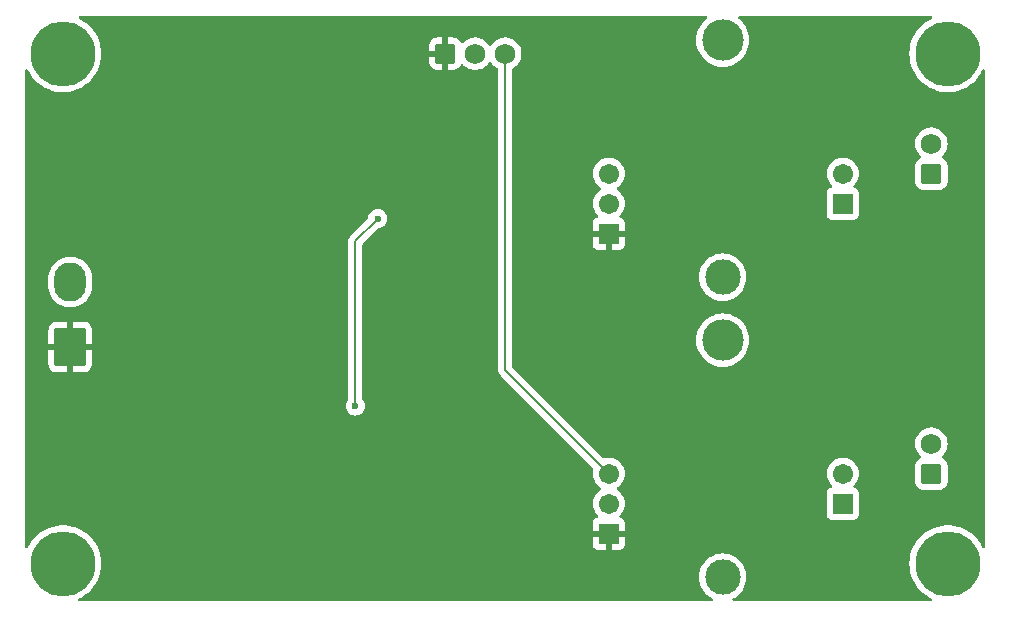
<source format=gbr>
%TF.GenerationSoftware,KiCad,Pcbnew,8.0.3*%
%TF.CreationDate,2024-11-26T12:10:15-08:00*%
%TF.ProjectId,IlluminationControlBoard,496c6c75-6d69-46e6-9174-696f6e436f6e,rev?*%
%TF.SameCoordinates,Original*%
%TF.FileFunction,Copper,L2,Bot*%
%TF.FilePolarity,Positive*%
%FSLAX46Y46*%
G04 Gerber Fmt 4.6, Leading zero omitted, Abs format (unit mm)*
G04 Created by KiCad (PCBNEW 8.0.3) date 2024-11-26 12:10:15*
%MOMM*%
%LPD*%
G01*
G04 APERTURE LIST*
G04 Aperture macros list*
%AMRoundRect*
0 Rectangle with rounded corners*
0 $1 Rounding radius*
0 $2 $3 $4 $5 $6 $7 $8 $9 X,Y pos of 4 corners*
0 Add a 4 corners polygon primitive as box body*
4,1,4,$2,$3,$4,$5,$6,$7,$8,$9,$2,$3,0*
0 Add four circle primitives for the rounded corners*
1,1,$1+$1,$2,$3*
1,1,$1+$1,$4,$5*
1,1,$1+$1,$6,$7*
1,1,$1+$1,$8,$9*
0 Add four rect primitives between the rounded corners*
20,1,$1+$1,$2,$3,$4,$5,0*
20,1,$1+$1,$4,$5,$6,$7,0*
20,1,$1+$1,$6,$7,$8,$9,0*
20,1,$1+$1,$8,$9,$2,$3,0*%
G04 Aperture macros list end*
%TA.AperFunction,ComponentPad*%
%ADD10C,5.500000*%
%TD*%
%TA.AperFunction,WasherPad*%
%ADD11C,3.500000*%
%TD*%
%TA.AperFunction,WasherPad*%
%ADD12C,3.000000*%
%TD*%
%TA.AperFunction,ComponentPad*%
%ADD13R,1.716000X1.716000*%
%TD*%
%TA.AperFunction,ComponentPad*%
%ADD14C,1.716000*%
%TD*%
%TA.AperFunction,ComponentPad*%
%ADD15RoundRect,0.250000X0.620000X-0.620000X0.620000X0.620000X-0.620000X0.620000X-0.620000X-0.620000X0*%
%TD*%
%TA.AperFunction,ComponentPad*%
%ADD16C,1.740000*%
%TD*%
%TA.AperFunction,ComponentPad*%
%ADD17RoundRect,0.250001X1.099999X1.399999X-1.099999X1.399999X-1.099999X-1.399999X1.099999X-1.399999X0*%
%TD*%
%TA.AperFunction,ComponentPad*%
%ADD18O,2.700000X3.300000*%
%TD*%
%TA.AperFunction,ComponentPad*%
%ADD19RoundRect,0.250000X-0.620000X-0.620000X0.620000X-0.620000X0.620000X0.620000X-0.620000X0.620000X0*%
%TD*%
%TA.AperFunction,ViaPad*%
%ADD20C,0.600000*%
%TD*%
%TA.AperFunction,Conductor*%
%ADD21C,0.200000*%
%TD*%
G04 APERTURE END LIST*
D10*
%TO.P,REF\u002A\u002A,1*%
%TO.N,N/C*%
X29210000Y-29210000D03*
%TD*%
%TO.P,REF\u002A\u002A,1*%
%TO.N,N/C*%
X104140000Y-72390000D03*
%TD*%
D11*
%TO.P,U2,*%
%TO.N,*%
X85090000Y-53467000D03*
D12*
X85090000Y-73533000D03*
D13*
%TO.P,U2,1,GND*%
%TO.N,GND*%
X75438000Y-69850000D03*
D14*
%TO.P,U2,2,VIN*%
%TO.N,15V*%
X75438000Y-67310000D03*
%TO.P,U2,3,PWM*%
%TO.N,L2_PWM*%
X75438000Y-64770000D03*
%TO.P,U2,4,LED+*%
%TO.N,L2_PLUS*%
X95250000Y-64770000D03*
D13*
%TO.P,U2,5,LED-*%
%TO.N,L2_MINUS*%
X95250000Y-67310000D03*
%TD*%
D15*
%TO.P,J2,1,Pin_1*%
%TO.N,L2_MINUS*%
X102755000Y-64770000D03*
D16*
%TO.P,J2,2,Pin_2*%
%TO.N,L2_PLUS*%
X102755000Y-62230000D03*
%TD*%
D10*
%TO.P,REF\u002A\u002A,1*%
%TO.N,N/C*%
X104140000Y-29210000D03*
%TD*%
D17*
%TO.P,J3,1,Pin_1*%
%TO.N,GND*%
X29845000Y-54050000D03*
D18*
%TO.P,J3,2,Pin_2*%
%TO.N,12V*%
X29845000Y-48550000D03*
%TD*%
D10*
%TO.P,REF\u002A\u002A,1*%
%TO.N,N/C*%
X29210000Y-72390000D03*
%TD*%
D15*
%TO.P,J1,1,Pin_1*%
%TO.N,L1_MINUS*%
X102755000Y-39370000D03*
D16*
%TO.P,J1,2,Pin_2*%
%TO.N,L1_PLUS*%
X102755000Y-36830000D03*
%TD*%
D19*
%TO.P,J4,1,Pin_1*%
%TO.N,GND*%
X61595000Y-29210000D03*
D16*
%TO.P,J4,2,Pin_2*%
%TO.N,L1_PWM*%
X64135000Y-29210000D03*
%TO.P,J4,3,Pin_3*%
%TO.N,L2_PWM*%
X66675000Y-29210000D03*
%TD*%
D11*
%TO.P,U1,*%
%TO.N,*%
X85090000Y-28067000D03*
D12*
X85090000Y-48133000D03*
D13*
%TO.P,U1,1,GND*%
%TO.N,GND*%
X75438000Y-44450000D03*
D14*
%TO.P,U1,2,VIN*%
%TO.N,15V*%
X75438000Y-41910000D03*
%TO.P,U1,3,PWM*%
%TO.N,L1_PWM*%
X75438000Y-39370000D03*
%TO.P,U1,4,LED+*%
%TO.N,L1_PLUS*%
X95250000Y-39370000D03*
D13*
%TO.P,U1,5,LED-*%
%TO.N,L1_MINUS*%
X95250000Y-41910000D03*
%TD*%
D20*
%TO.N,GND*%
X46863000Y-50165000D03*
X47625000Y-50800000D03*
X46863000Y-51562000D03*
X48387000Y-51562000D03*
X48387000Y-50165000D03*
%TO.N,15V*%
X53975000Y-59055000D03*
X55880000Y-43180000D03*
%TD*%
D21*
%TO.N,15V*%
X53975000Y-45085000D02*
X55880000Y-43180000D01*
X53975000Y-59055000D02*
X53975000Y-45085000D01*
%TO.N,L2_PWM*%
X66675000Y-56007000D02*
X75438000Y-64770000D01*
X66675000Y-29210000D02*
X66675000Y-56007000D01*
%TD*%
%TA.AperFunction,Conductor*%
%TO.N,GND*%
G36*
X83738575Y-26054685D02*
G01*
X83784330Y-26107489D01*
X83794274Y-26176647D01*
X83765249Y-26240203D01*
X83740427Y-26262102D01*
X83717041Y-26277727D01*
X83495241Y-26472241D01*
X83300728Y-26694041D01*
X83136828Y-26939334D01*
X83006349Y-27203919D01*
X82911521Y-27483269D01*
X82911518Y-27483283D01*
X82853968Y-27772609D01*
X82853964Y-27772636D01*
X82834671Y-28066992D01*
X82834671Y-28067007D01*
X82853964Y-28361363D01*
X82853965Y-28361373D01*
X82853966Y-28361380D01*
X82853968Y-28361390D01*
X82911518Y-28650716D01*
X82911521Y-28650730D01*
X83006349Y-28930080D01*
X83136825Y-29194660D01*
X83136829Y-29194667D01*
X83300725Y-29439955D01*
X83495241Y-29661758D01*
X83717044Y-29856274D01*
X83906250Y-29982697D01*
X83962335Y-30020172D01*
X84226923Y-30150652D01*
X84506278Y-30245481D01*
X84795620Y-30303034D01*
X84823888Y-30304886D01*
X85089993Y-30322329D01*
X85090000Y-30322329D01*
X85090007Y-30322329D01*
X85325675Y-30306881D01*
X85384380Y-30303034D01*
X85673722Y-30245481D01*
X85953077Y-30150652D01*
X86217665Y-30020172D01*
X86462957Y-29856273D01*
X86684758Y-29661758D01*
X86879273Y-29439957D01*
X87043172Y-29194665D01*
X87173652Y-28930077D01*
X87268481Y-28650722D01*
X87326034Y-28361380D01*
X87331966Y-28270875D01*
X87345329Y-28067007D01*
X87345329Y-28066992D01*
X87326035Y-27772636D01*
X87326034Y-27772620D01*
X87268481Y-27483278D01*
X87173652Y-27203923D01*
X87043172Y-26939336D01*
X86879273Y-26694043D01*
X86836655Y-26645447D01*
X86684758Y-26472241D01*
X86462958Y-26277727D01*
X86439573Y-26262102D01*
X86394768Y-26208489D01*
X86386061Y-26139164D01*
X86416216Y-26076137D01*
X86475659Y-26039418D01*
X86508464Y-26035000D01*
X102697982Y-26035000D01*
X102765021Y-26054685D01*
X102810776Y-26107489D01*
X102820720Y-26176647D01*
X102791695Y-26240203D01*
X102750048Y-26271539D01*
X102615210Y-26333921D01*
X102615197Y-26333928D01*
X102313184Y-26515644D01*
X102032589Y-26728946D01*
X102032580Y-26728954D01*
X101776685Y-26971350D01*
X101548505Y-27239983D01*
X101548498Y-27239993D01*
X101350695Y-27531730D01*
X101185597Y-27843137D01*
X101185588Y-27843155D01*
X101055127Y-28170589D01*
X101055126Y-28170591D01*
X100960834Y-28510203D01*
X100960833Y-28510206D01*
X100903808Y-28858045D01*
X100884726Y-29209997D01*
X100884726Y-29210002D01*
X100903808Y-29561954D01*
X100960833Y-29909793D01*
X100960834Y-29909796D01*
X101055126Y-30249408D01*
X101055127Y-30249410D01*
X101185588Y-30576844D01*
X101185597Y-30576862D01*
X101350695Y-30888269D01*
X101548498Y-31180006D01*
X101548505Y-31180016D01*
X101776685Y-31448649D01*
X101776686Y-31448650D01*
X102032580Y-31691046D01*
X102313182Y-31904354D01*
X102615202Y-32086074D01*
X102615206Y-32086075D01*
X102615210Y-32086078D01*
X102935088Y-32234070D01*
X102935092Y-32234070D01*
X102935099Y-32234074D01*
X103269122Y-32346619D01*
X103613355Y-32422391D01*
X103963763Y-32460500D01*
X103963769Y-32460500D01*
X104316231Y-32460500D01*
X104316237Y-32460500D01*
X104666645Y-32422391D01*
X105010878Y-32346619D01*
X105344901Y-32234074D01*
X105344908Y-32234070D01*
X105344911Y-32234070D01*
X105664789Y-32086078D01*
X105664798Y-32086074D01*
X105966818Y-31904354D01*
X106247420Y-31691046D01*
X106503314Y-31448650D01*
X106731501Y-31180008D01*
X106929305Y-30888269D01*
X107081445Y-30601303D01*
X107130238Y-30551294D01*
X107198323Y-30535602D01*
X107264083Y-30559212D01*
X107306640Y-30614626D01*
X107315000Y-30659386D01*
X107315000Y-70940613D01*
X107295315Y-71007652D01*
X107242511Y-71053407D01*
X107173353Y-71063351D01*
X107109797Y-71034326D01*
X107081445Y-70998696D01*
X106929304Y-70711730D01*
X106731501Y-70419992D01*
X106731497Y-70419987D01*
X106731494Y-70419983D01*
X106503314Y-70151350D01*
X106247420Y-69908954D01*
X106247413Y-69908948D01*
X106247410Y-69908946D01*
X105966815Y-69695644D01*
X105664802Y-69513928D01*
X105664789Y-69513921D01*
X105344911Y-69365929D01*
X105344906Y-69365928D01*
X105344903Y-69365927D01*
X105344901Y-69365926D01*
X105238432Y-69330052D01*
X105010880Y-69253381D01*
X104666643Y-69177608D01*
X104316238Y-69139500D01*
X104316237Y-69139500D01*
X103963763Y-69139500D01*
X103963761Y-69139500D01*
X103613356Y-69177608D01*
X103269119Y-69253381D01*
X102935093Y-69365928D01*
X102935088Y-69365929D01*
X102615210Y-69513921D01*
X102615197Y-69513928D01*
X102313184Y-69695644D01*
X102032589Y-69908946D01*
X102032580Y-69908954D01*
X101776685Y-70151350D01*
X101548505Y-70419983D01*
X101548498Y-70419993D01*
X101350695Y-70711730D01*
X101185597Y-71023137D01*
X101185588Y-71023155D01*
X101055127Y-71350589D01*
X101055126Y-71350591D01*
X100960834Y-71690203D01*
X100960833Y-71690206D01*
X100903808Y-72038045D01*
X100884726Y-72389997D01*
X100884726Y-72390002D01*
X100903808Y-72741954D01*
X100960833Y-73089793D01*
X100960834Y-73089796D01*
X101055126Y-73429408D01*
X101055127Y-73429410D01*
X101185588Y-73756844D01*
X101185597Y-73756862D01*
X101218240Y-73818433D01*
X101350695Y-74068269D01*
X101431780Y-74187861D01*
X101548498Y-74360006D01*
X101548505Y-74360016D01*
X101776685Y-74628649D01*
X101776686Y-74628650D01*
X102032580Y-74871046D01*
X102313182Y-75084354D01*
X102615202Y-75266074D01*
X102615206Y-75266075D01*
X102615210Y-75266078D01*
X102750048Y-75328461D01*
X102802626Y-75374475D01*
X102821980Y-75441611D01*
X102801966Y-75508552D01*
X102748937Y-75554047D01*
X102697982Y-75565000D01*
X86028737Y-75565000D01*
X85961698Y-75545315D01*
X85915943Y-75492511D01*
X85905999Y-75423353D01*
X85935024Y-75359797D01*
X85969310Y-75332168D01*
X86090356Y-75266071D01*
X86174315Y-75220226D01*
X86403395Y-75048739D01*
X86605739Y-74846395D01*
X86777226Y-74617315D01*
X86914367Y-74366161D01*
X87014369Y-74098046D01*
X87075196Y-73818428D01*
X87095610Y-73533000D01*
X87075196Y-73247572D01*
X87040873Y-73089793D01*
X87014371Y-72967962D01*
X87014370Y-72967960D01*
X87014369Y-72967954D01*
X86914367Y-72699839D01*
X86777226Y-72448685D01*
X86777224Y-72448682D01*
X86605745Y-72219612D01*
X86605729Y-72219594D01*
X86403405Y-72017270D01*
X86403387Y-72017254D01*
X86174317Y-71845775D01*
X86174309Y-71845770D01*
X85923166Y-71708635D01*
X85923167Y-71708635D01*
X85815915Y-71668632D01*
X85655046Y-71608631D01*
X85655043Y-71608630D01*
X85655037Y-71608628D01*
X85375433Y-71547804D01*
X85090001Y-71527390D01*
X85089999Y-71527390D01*
X84804566Y-71547804D01*
X84524962Y-71608628D01*
X84256833Y-71708635D01*
X84005690Y-71845770D01*
X84005682Y-71845775D01*
X83776612Y-72017254D01*
X83776594Y-72017270D01*
X83574270Y-72219594D01*
X83574254Y-72219612D01*
X83402775Y-72448682D01*
X83402770Y-72448690D01*
X83265635Y-72699833D01*
X83165628Y-72967962D01*
X83104804Y-73247566D01*
X83084390Y-73532998D01*
X83084390Y-73533001D01*
X83104804Y-73818433D01*
X83165628Y-74098037D01*
X83165630Y-74098043D01*
X83165631Y-74098046D01*
X83263337Y-74360006D01*
X83265635Y-74366166D01*
X83402770Y-74617309D01*
X83402775Y-74617317D01*
X83574254Y-74846387D01*
X83574270Y-74846405D01*
X83776594Y-75048729D01*
X83776612Y-75048745D01*
X84005682Y-75220224D01*
X84005690Y-75220229D01*
X84210690Y-75332168D01*
X84260095Y-75381573D01*
X84274947Y-75449846D01*
X84250530Y-75515311D01*
X84194596Y-75557182D01*
X84151263Y-75565000D01*
X30652018Y-75565000D01*
X30584979Y-75545315D01*
X30539224Y-75492511D01*
X30529280Y-75423353D01*
X30558305Y-75359797D01*
X30599952Y-75328461D01*
X30734789Y-75266078D01*
X30734798Y-75266074D01*
X31036818Y-75084354D01*
X31317420Y-74871046D01*
X31573314Y-74628650D01*
X31801501Y-74360008D01*
X31999305Y-74068269D01*
X32164407Y-73756854D01*
X32294871Y-73429414D01*
X32316175Y-73352686D01*
X32323180Y-73327453D01*
X32389168Y-73089788D01*
X32446191Y-72741957D01*
X32465274Y-72390000D01*
X32446191Y-72038043D01*
X32389168Y-71690212D01*
X32343961Y-71527390D01*
X32294873Y-71350591D01*
X32294872Y-71350589D01*
X32164411Y-71023155D01*
X32164402Y-71023137D01*
X31999305Y-70711731D01*
X31801501Y-70419992D01*
X31801497Y-70419987D01*
X31801494Y-70419983D01*
X31573314Y-70151350D01*
X31317420Y-69908954D01*
X31317413Y-69908948D01*
X31317410Y-69908946D01*
X31036815Y-69695644D01*
X30734802Y-69513928D01*
X30734789Y-69513921D01*
X30414911Y-69365929D01*
X30414906Y-69365928D01*
X30414903Y-69365927D01*
X30414901Y-69365926D01*
X30308432Y-69330052D01*
X30080880Y-69253381D01*
X29736643Y-69177608D01*
X29386238Y-69139500D01*
X29386237Y-69139500D01*
X29033763Y-69139500D01*
X29033761Y-69139500D01*
X28683356Y-69177608D01*
X28339119Y-69253381D01*
X28005093Y-69365928D01*
X28005088Y-69365929D01*
X27685210Y-69513921D01*
X27685197Y-69513928D01*
X27383184Y-69695644D01*
X27102589Y-69908946D01*
X27102580Y-69908954D01*
X26846685Y-70151350D01*
X26618505Y-70419983D01*
X26618498Y-70419993D01*
X26420695Y-70711730D01*
X26268555Y-70998696D01*
X26219762Y-71048706D01*
X26151677Y-71064397D01*
X26085917Y-71040787D01*
X26043360Y-70985373D01*
X26035000Y-70940613D01*
X26035000Y-59054996D01*
X53169435Y-59054996D01*
X53169435Y-59055003D01*
X53189630Y-59234249D01*
X53189631Y-59234254D01*
X53249211Y-59404523D01*
X53345184Y-59557262D01*
X53472738Y-59684816D01*
X53625478Y-59780789D01*
X53795745Y-59840368D01*
X53795750Y-59840369D01*
X53974996Y-59860565D01*
X53975000Y-59860565D01*
X53975004Y-59860565D01*
X54154249Y-59840369D01*
X54154252Y-59840368D01*
X54154255Y-59840368D01*
X54324522Y-59780789D01*
X54477262Y-59684816D01*
X54604816Y-59557262D01*
X54700789Y-59404522D01*
X54760368Y-59234255D01*
X54780565Y-59055000D01*
X54760368Y-58875745D01*
X54700789Y-58705478D01*
X54604816Y-58552738D01*
X54604814Y-58552736D01*
X54604813Y-58552734D01*
X54602550Y-58549896D01*
X54601659Y-58547715D01*
X54601111Y-58546842D01*
X54601264Y-58546745D01*
X54576144Y-58485209D01*
X54575500Y-58472587D01*
X54575500Y-45385096D01*
X54595185Y-45318057D01*
X54611814Y-45297420D01*
X55898535Y-44010698D01*
X55959856Y-43977215D01*
X55972311Y-43975163D01*
X56059255Y-43965368D01*
X56229522Y-43905789D01*
X56382262Y-43809816D01*
X56509816Y-43682262D01*
X56605789Y-43529522D01*
X56665368Y-43359255D01*
X56666421Y-43349913D01*
X56685565Y-43180003D01*
X56685565Y-43179996D01*
X56665369Y-43000750D01*
X56665368Y-43000745D01*
X56621537Y-42875483D01*
X56605789Y-42830478D01*
X56596618Y-42815883D01*
X56509815Y-42677737D01*
X56382262Y-42550184D01*
X56229523Y-42454211D01*
X56059254Y-42394631D01*
X56059249Y-42394630D01*
X55880004Y-42374435D01*
X55879996Y-42374435D01*
X55700750Y-42394630D01*
X55700745Y-42394631D01*
X55530476Y-42454211D01*
X55377737Y-42550184D01*
X55250184Y-42677737D01*
X55154210Y-42830478D01*
X55094630Y-43000750D01*
X55084837Y-43087668D01*
X55057770Y-43152082D01*
X55049298Y-43161465D01*
X53606286Y-44604478D01*
X53494481Y-44716282D01*
X53494479Y-44716285D01*
X53444361Y-44803094D01*
X53444359Y-44803096D01*
X53415425Y-44853209D01*
X53415424Y-44853210D01*
X53415423Y-44853215D01*
X53374499Y-45005943D01*
X53374499Y-45005945D01*
X53374499Y-45174046D01*
X53374500Y-45174059D01*
X53374500Y-58472587D01*
X53354815Y-58539626D01*
X53347450Y-58549896D01*
X53345186Y-58552734D01*
X53249211Y-58705476D01*
X53189631Y-58875745D01*
X53189630Y-58875750D01*
X53169435Y-59054996D01*
X26035000Y-59054996D01*
X26035000Y-52600014D01*
X27995000Y-52600014D01*
X27995000Y-53800000D01*
X29190879Y-53800000D01*
X29171901Y-53845818D01*
X29145000Y-53981056D01*
X29145000Y-54118944D01*
X29171901Y-54254182D01*
X29190879Y-54300000D01*
X27995000Y-54300000D01*
X27995000Y-55499985D01*
X28005493Y-55602689D01*
X28005494Y-55602696D01*
X28060641Y-55769118D01*
X28060643Y-55769123D01*
X28152684Y-55918344D01*
X28276655Y-56042315D01*
X28425876Y-56134356D01*
X28425881Y-56134358D01*
X28592303Y-56189505D01*
X28592310Y-56189506D01*
X28695014Y-56199999D01*
X28695027Y-56200000D01*
X29595000Y-56200000D01*
X29595000Y-54704120D01*
X29640818Y-54723099D01*
X29776056Y-54750000D01*
X29913944Y-54750000D01*
X30049182Y-54723099D01*
X30095000Y-54704120D01*
X30095000Y-56200000D01*
X30994973Y-56200000D01*
X30994985Y-56199999D01*
X31097689Y-56189506D01*
X31097696Y-56189505D01*
X31264118Y-56134358D01*
X31264123Y-56134356D01*
X31413344Y-56042315D01*
X31537315Y-55918344D01*
X31629356Y-55769123D01*
X31629358Y-55769118D01*
X31684505Y-55602696D01*
X31684506Y-55602689D01*
X31694999Y-55499985D01*
X31695000Y-55499972D01*
X31695000Y-54300000D01*
X30499121Y-54300000D01*
X30518099Y-54254182D01*
X30545000Y-54118944D01*
X30545000Y-53981056D01*
X30518099Y-53845818D01*
X30499121Y-53800000D01*
X31695000Y-53800000D01*
X31695000Y-52600027D01*
X31694999Y-52600014D01*
X31684506Y-52497310D01*
X31684505Y-52497303D01*
X31629358Y-52330881D01*
X31629356Y-52330876D01*
X31537315Y-52181655D01*
X31413344Y-52057684D01*
X31264123Y-51965643D01*
X31264118Y-51965641D01*
X31097696Y-51910494D01*
X31097689Y-51910493D01*
X30994985Y-51900000D01*
X30095000Y-51900000D01*
X30095000Y-53395879D01*
X30049182Y-53376901D01*
X29913944Y-53350000D01*
X29776056Y-53350000D01*
X29640818Y-53376901D01*
X29595000Y-53395879D01*
X29595000Y-51900000D01*
X28695014Y-51900000D01*
X28592310Y-51910493D01*
X28592303Y-51910494D01*
X28425881Y-51965641D01*
X28425876Y-51965643D01*
X28276655Y-52057684D01*
X28152684Y-52181655D01*
X28060643Y-52330876D01*
X28060641Y-52330881D01*
X28005494Y-52497303D01*
X28005493Y-52497310D01*
X27995000Y-52600014D01*
X26035000Y-52600014D01*
X26035000Y-48128711D01*
X27994500Y-48128711D01*
X27994500Y-48971288D01*
X28026161Y-49211785D01*
X28088947Y-49446104D01*
X28172884Y-49648745D01*
X28181776Y-49670212D01*
X28303064Y-49880289D01*
X28303066Y-49880292D01*
X28303067Y-49880293D01*
X28450733Y-50072736D01*
X28450739Y-50072743D01*
X28622256Y-50244260D01*
X28622262Y-50244265D01*
X28814711Y-50391936D01*
X29024788Y-50513224D01*
X29248900Y-50606054D01*
X29483211Y-50668838D01*
X29663586Y-50692584D01*
X29723711Y-50700500D01*
X29723712Y-50700500D01*
X29966289Y-50700500D01*
X30014388Y-50694167D01*
X30206789Y-50668838D01*
X30441100Y-50606054D01*
X30665212Y-50513224D01*
X30875289Y-50391936D01*
X31067738Y-50244265D01*
X31239265Y-50072738D01*
X31386936Y-49880289D01*
X31508224Y-49670212D01*
X31601054Y-49446100D01*
X31663838Y-49211789D01*
X31695500Y-48971288D01*
X31695500Y-48128712D01*
X31663838Y-47888211D01*
X31601054Y-47653900D01*
X31508224Y-47429788D01*
X31386936Y-47219711D01*
X31255707Y-47048690D01*
X31239266Y-47027263D01*
X31239260Y-47027256D01*
X31067743Y-46855739D01*
X31067736Y-46855733D01*
X30875293Y-46708067D01*
X30875292Y-46708066D01*
X30875289Y-46708064D01*
X30665212Y-46586776D01*
X30665205Y-46586773D01*
X30441104Y-46493947D01*
X30206785Y-46431161D01*
X29966289Y-46399500D01*
X29966288Y-46399500D01*
X29723712Y-46399500D01*
X29723711Y-46399500D01*
X29483214Y-46431161D01*
X29248895Y-46493947D01*
X29024794Y-46586773D01*
X29024785Y-46586777D01*
X28814706Y-46708067D01*
X28622263Y-46855733D01*
X28622256Y-46855739D01*
X28450739Y-47027256D01*
X28450733Y-47027263D01*
X28303067Y-47219706D01*
X28181777Y-47429785D01*
X28181773Y-47429794D01*
X28088947Y-47653895D01*
X28026161Y-47888214D01*
X27994500Y-48128711D01*
X26035000Y-48128711D01*
X26035000Y-30659386D01*
X26054685Y-30592347D01*
X26107489Y-30546592D01*
X26176647Y-30536648D01*
X26240203Y-30565673D01*
X26268555Y-30601303D01*
X26420695Y-30888269D01*
X26618498Y-31180006D01*
X26618505Y-31180016D01*
X26846685Y-31448649D01*
X26846686Y-31448650D01*
X27102580Y-31691046D01*
X27383182Y-31904354D01*
X27685202Y-32086074D01*
X27685206Y-32086075D01*
X27685210Y-32086078D01*
X28005088Y-32234070D01*
X28005092Y-32234070D01*
X28005099Y-32234074D01*
X28339122Y-32346619D01*
X28683355Y-32422391D01*
X29033763Y-32460500D01*
X29033769Y-32460500D01*
X29386231Y-32460500D01*
X29386237Y-32460500D01*
X29736645Y-32422391D01*
X30080878Y-32346619D01*
X30414901Y-32234074D01*
X30414908Y-32234070D01*
X30414911Y-32234070D01*
X30734789Y-32086078D01*
X30734798Y-32086074D01*
X31036818Y-31904354D01*
X31317420Y-31691046D01*
X31573314Y-31448650D01*
X31801501Y-31180008D01*
X31999305Y-30888269D01*
X32164407Y-30576854D01*
X32294871Y-30249414D01*
X32302547Y-30221770D01*
X32332424Y-30114160D01*
X32389168Y-29909788D01*
X32446191Y-29561957D01*
X32465274Y-29210000D01*
X32446191Y-28858043D01*
X32394054Y-28540013D01*
X60225000Y-28540013D01*
X60225000Y-28960000D01*
X61110026Y-28960000D01*
X61087141Y-28999638D01*
X61050000Y-29138249D01*
X61050000Y-29281751D01*
X61087141Y-29420362D01*
X61110026Y-29460000D01*
X60225001Y-29460000D01*
X60225001Y-29879986D01*
X60235494Y-29982697D01*
X60290641Y-30149119D01*
X60290643Y-30149124D01*
X60382684Y-30298345D01*
X60506654Y-30422315D01*
X60655875Y-30514356D01*
X60655880Y-30514358D01*
X60822302Y-30569505D01*
X60822309Y-30569506D01*
X60925019Y-30579999D01*
X61344999Y-30579999D01*
X61345000Y-30579998D01*
X61345000Y-29694974D01*
X61384638Y-29717859D01*
X61523249Y-29755000D01*
X61666751Y-29755000D01*
X61805362Y-29717859D01*
X61845000Y-29694974D01*
X61845000Y-30579999D01*
X62264972Y-30579999D01*
X62264986Y-30579998D01*
X62367697Y-30569505D01*
X62534119Y-30514358D01*
X62534124Y-30514356D01*
X62683345Y-30422315D01*
X62807315Y-30298345D01*
X62899357Y-30149121D01*
X62900931Y-30145747D01*
X62902628Y-30143818D01*
X62903149Y-30142975D01*
X62903293Y-30143063D01*
X62947099Y-30093304D01*
X63014291Y-30074147D01*
X63081174Y-30094357D01*
X63104545Y-30114159D01*
X63138138Y-30150650D01*
X63203606Y-30221767D01*
X63203610Y-30221770D01*
X63382830Y-30361263D01*
X63382836Y-30361267D01*
X63382839Y-30361269D01*
X63582590Y-30469369D01*
X63797409Y-30543116D01*
X64021437Y-30580500D01*
X64021438Y-30580500D01*
X64248562Y-30580500D01*
X64248563Y-30580500D01*
X64472591Y-30543116D01*
X64687410Y-30469369D01*
X64887161Y-30361269D01*
X65066396Y-30221765D01*
X65220224Y-30054663D01*
X65301191Y-29930734D01*
X65354338Y-29885377D01*
X65423569Y-29875953D01*
X65486905Y-29905455D01*
X65508809Y-29930734D01*
X65589773Y-30054660D01*
X65589775Y-30054662D01*
X65589776Y-30054663D01*
X65743604Y-30221765D01*
X65743607Y-30221767D01*
X65743610Y-30221770D01*
X65922830Y-30361263D01*
X65922840Y-30361270D01*
X65974290Y-30389112D01*
X66009517Y-30408176D01*
X66059108Y-30457395D01*
X66074500Y-30517231D01*
X66074500Y-55920330D01*
X66074499Y-55920348D01*
X66074499Y-56086054D01*
X66074498Y-56086054D01*
X66115423Y-56238785D01*
X66144358Y-56288900D01*
X66144359Y-56288904D01*
X66144360Y-56288904D01*
X66194479Y-56375714D01*
X66194481Y-56375717D01*
X66313349Y-56494585D01*
X66313355Y-56494590D01*
X74098366Y-64279601D01*
X74131851Y-64340924D01*
X74130891Y-64397721D01*
X74093435Y-64545633D01*
X74074844Y-64769994D01*
X74074844Y-64770005D01*
X74093434Y-64994359D01*
X74093436Y-64994371D01*
X74148703Y-65212614D01*
X74239140Y-65418792D01*
X74362276Y-65607265D01*
X74362284Y-65607276D01*
X74514756Y-65772902D01*
X74514761Y-65772907D01*
X74573981Y-65819000D01*
X74692424Y-65911189D01*
X74692429Y-65911191D01*
X74692431Y-65911193D01*
X74728930Y-65930946D01*
X74778520Y-65980165D01*
X74793628Y-66048382D01*
X74769457Y-66113937D01*
X74728930Y-66149054D01*
X74692431Y-66168806D01*
X74692422Y-66168812D01*
X74514761Y-66307092D01*
X74514756Y-66307097D01*
X74362284Y-66472723D01*
X74362276Y-66472734D01*
X74239140Y-66661207D01*
X74148703Y-66867385D01*
X74093436Y-67085628D01*
X74093434Y-67085640D01*
X74074844Y-67309994D01*
X74074844Y-67310005D01*
X74093434Y-67534359D01*
X74093436Y-67534371D01*
X74148703Y-67752614D01*
X74239140Y-67958792D01*
X74362276Y-68147265D01*
X74362284Y-68147276D01*
X74506179Y-68303585D01*
X74537102Y-68366239D01*
X74529242Y-68435665D01*
X74485095Y-68489821D01*
X74458284Y-68503750D01*
X74337911Y-68548646D01*
X74337906Y-68548649D01*
X74222812Y-68634809D01*
X74222809Y-68634812D01*
X74136649Y-68749906D01*
X74136645Y-68749913D01*
X74086403Y-68884620D01*
X74086401Y-68884627D01*
X74080000Y-68944155D01*
X74080000Y-69600000D01*
X74995749Y-69600000D01*
X74964619Y-69653919D01*
X74930000Y-69783120D01*
X74930000Y-69916880D01*
X74964619Y-70046081D01*
X74995749Y-70100000D01*
X74080000Y-70100000D01*
X74080000Y-70755844D01*
X74086401Y-70815372D01*
X74086403Y-70815379D01*
X74136645Y-70950086D01*
X74136649Y-70950093D01*
X74222809Y-71065187D01*
X74222812Y-71065190D01*
X74337906Y-71151350D01*
X74337913Y-71151354D01*
X74472620Y-71201596D01*
X74472627Y-71201598D01*
X74532155Y-71207999D01*
X74532172Y-71208000D01*
X75188000Y-71208000D01*
X75188000Y-70292251D01*
X75241919Y-70323381D01*
X75371120Y-70358000D01*
X75504880Y-70358000D01*
X75634081Y-70323381D01*
X75688000Y-70292251D01*
X75688000Y-71208000D01*
X76343828Y-71208000D01*
X76343844Y-71207999D01*
X76403372Y-71201598D01*
X76403379Y-71201596D01*
X76538086Y-71151354D01*
X76538093Y-71151350D01*
X76653187Y-71065190D01*
X76653190Y-71065187D01*
X76739350Y-70950093D01*
X76739354Y-70950086D01*
X76789596Y-70815379D01*
X76789598Y-70815372D01*
X76795999Y-70755844D01*
X76796000Y-70755827D01*
X76796000Y-70100000D01*
X75880251Y-70100000D01*
X75911381Y-70046081D01*
X75946000Y-69916880D01*
X75946000Y-69783120D01*
X75911381Y-69653919D01*
X75880251Y-69600000D01*
X76796000Y-69600000D01*
X76796000Y-68944172D01*
X76795999Y-68944155D01*
X76789598Y-68884627D01*
X76789596Y-68884620D01*
X76739354Y-68749913D01*
X76739350Y-68749906D01*
X76653190Y-68634812D01*
X76653187Y-68634809D01*
X76538093Y-68548649D01*
X76538086Y-68548645D01*
X76417716Y-68503750D01*
X76361782Y-68461879D01*
X76337365Y-68396414D01*
X76352217Y-68328141D01*
X76369814Y-68303591D01*
X76513722Y-68147268D01*
X76636860Y-67958791D01*
X76727296Y-67752616D01*
X76782564Y-67534368D01*
X76801156Y-67310000D01*
X76782564Y-67085632D01*
X76727296Y-66867384D01*
X76636860Y-66661209D01*
X76513722Y-66472732D01*
X76513719Y-66472729D01*
X76513715Y-66472723D01*
X76361243Y-66307097D01*
X76361238Y-66307092D01*
X76183577Y-66168812D01*
X76183578Y-66168812D01*
X76183576Y-66168811D01*
X76147070Y-66149055D01*
X76097479Y-66099836D01*
X76082371Y-66031619D01*
X76106541Y-65966064D01*
X76147070Y-65930945D01*
X76147084Y-65930936D01*
X76183576Y-65911189D01*
X76361240Y-65772906D01*
X76513722Y-65607268D01*
X76636860Y-65418791D01*
X76727296Y-65212616D01*
X76782564Y-64994368D01*
X76801156Y-64770000D01*
X76801156Y-64769994D01*
X93886844Y-64769994D01*
X93886844Y-64770005D01*
X93905434Y-64994359D01*
X93905436Y-64994371D01*
X93960703Y-65212614D01*
X94051140Y-65418792D01*
X94132156Y-65542796D01*
X94174278Y-65607268D01*
X94317815Y-65763189D01*
X94348737Y-65825842D01*
X94340877Y-65895268D01*
X94296731Y-65949424D01*
X94269919Y-65963353D01*
X94149669Y-66008203D01*
X94149664Y-66008206D01*
X94034455Y-66094452D01*
X94034452Y-66094455D01*
X93948206Y-66209664D01*
X93948202Y-66209671D01*
X93897908Y-66344517D01*
X93891501Y-66404116D01*
X93891501Y-66404123D01*
X93891500Y-66404135D01*
X93891500Y-68215870D01*
X93891501Y-68215876D01*
X93897908Y-68275483D01*
X93948202Y-68410328D01*
X93948206Y-68410335D01*
X94034452Y-68525544D01*
X94034455Y-68525547D01*
X94149664Y-68611793D01*
X94149671Y-68611797D01*
X94284517Y-68662091D01*
X94284516Y-68662091D01*
X94291444Y-68662835D01*
X94344127Y-68668500D01*
X96155872Y-68668499D01*
X96215483Y-68662091D01*
X96350331Y-68611796D01*
X96465546Y-68525546D01*
X96551796Y-68410331D01*
X96602091Y-68275483D01*
X96608500Y-68215873D01*
X96608499Y-66404128D01*
X96602091Y-66344517D01*
X96588134Y-66307097D01*
X96551797Y-66209671D01*
X96551793Y-66209664D01*
X96465547Y-66094455D01*
X96465544Y-66094452D01*
X96350335Y-66008206D01*
X96350328Y-66008202D01*
X96230081Y-65963353D01*
X96174147Y-65921482D01*
X96149730Y-65856017D01*
X96164582Y-65787744D01*
X96182177Y-65763197D01*
X96325722Y-65607268D01*
X96448860Y-65418791D01*
X96539296Y-65212616D01*
X96594564Y-64994368D01*
X96613156Y-64770000D01*
X96594564Y-64545632D01*
X96539296Y-64327384D01*
X96448860Y-64121209D01*
X96434992Y-64099983D01*
X96325723Y-63932734D01*
X96325715Y-63932723D01*
X96173243Y-63767097D01*
X96173238Y-63767092D01*
X95995577Y-63628812D01*
X95995572Y-63628808D01*
X95797580Y-63521661D01*
X95797577Y-63521659D01*
X95797574Y-63521658D01*
X95797571Y-63521657D01*
X95797569Y-63521656D01*
X95584637Y-63448556D01*
X95362569Y-63411500D01*
X95137431Y-63411500D01*
X94915362Y-63448556D01*
X94702430Y-63521656D01*
X94702419Y-63521661D01*
X94504427Y-63628808D01*
X94504422Y-63628812D01*
X94326761Y-63767092D01*
X94326756Y-63767097D01*
X94174284Y-63932723D01*
X94174276Y-63932734D01*
X94051140Y-64121207D01*
X93960703Y-64327385D01*
X93905436Y-64545628D01*
X93905434Y-64545640D01*
X93886844Y-64769994D01*
X76801156Y-64769994D01*
X76782564Y-64545632D01*
X76727296Y-64327384D01*
X76636860Y-64121209D01*
X76622992Y-64099983D01*
X76513723Y-63932734D01*
X76513715Y-63932723D01*
X76361243Y-63767097D01*
X76361238Y-63767092D01*
X76183577Y-63628812D01*
X76183572Y-63628808D01*
X75985580Y-63521661D01*
X75985577Y-63521659D01*
X75985574Y-63521658D01*
X75985571Y-63521657D01*
X75985569Y-63521656D01*
X75772637Y-63448556D01*
X75550569Y-63411500D01*
X75325431Y-63411500D01*
X75103363Y-63448556D01*
X75074158Y-63458582D01*
X75004360Y-63461731D01*
X74946216Y-63428981D01*
X73747229Y-62229994D01*
X101379803Y-62229994D01*
X101379803Y-62230005D01*
X101398558Y-62456346D01*
X101398558Y-62456349D01*
X101398559Y-62456350D01*
X101454315Y-62676526D01*
X101545550Y-62884521D01*
X101669776Y-63074663D01*
X101823604Y-63241765D01*
X101835631Y-63251126D01*
X101840125Y-63254624D01*
X101880938Y-63311335D01*
X101884611Y-63381108D01*
X101849980Y-63441791D01*
X101821694Y-63461202D01*
X101821813Y-63461395D01*
X101817872Y-63463825D01*
X101816368Y-63464858D01*
X101815673Y-63465181D01*
X101666342Y-63557289D01*
X101542289Y-63681342D01*
X101450187Y-63830663D01*
X101450186Y-63830666D01*
X101395001Y-63997203D01*
X101395001Y-63997204D01*
X101395000Y-63997204D01*
X101384500Y-64099983D01*
X101384500Y-65440001D01*
X101384501Y-65440018D01*
X101395000Y-65542796D01*
X101395001Y-65542799D01*
X101416365Y-65607269D01*
X101450186Y-65709334D01*
X101542288Y-65858656D01*
X101666344Y-65982712D01*
X101815666Y-66074814D01*
X101982203Y-66129999D01*
X102084991Y-66140500D01*
X103425008Y-66140499D01*
X103527797Y-66129999D01*
X103694334Y-66074814D01*
X103843656Y-65982712D01*
X103967712Y-65858656D01*
X104059814Y-65709334D01*
X104114999Y-65542797D01*
X104125500Y-65440009D01*
X104125499Y-64099992D01*
X104114999Y-63997203D01*
X104059814Y-63830666D01*
X103967712Y-63681344D01*
X103843656Y-63557288D01*
X103694334Y-63465186D01*
X103694332Y-63465185D01*
X103694330Y-63465184D01*
X103693637Y-63464861D01*
X103693240Y-63464512D01*
X103688187Y-63461395D01*
X103688719Y-63460531D01*
X103641195Y-63418691D01*
X103622041Y-63351498D01*
X103642254Y-63284616D01*
X103669872Y-63254625D01*
X103686396Y-63241765D01*
X103840224Y-63074663D01*
X103964450Y-62884521D01*
X104055685Y-62676526D01*
X104111441Y-62456350D01*
X104130197Y-62230000D01*
X104111441Y-62003650D01*
X104055685Y-61783474D01*
X103964450Y-61575479D01*
X103840224Y-61385337D01*
X103686396Y-61218235D01*
X103686391Y-61218231D01*
X103686389Y-61218229D01*
X103507169Y-61078736D01*
X103507163Y-61078732D01*
X103307411Y-60970631D01*
X103307406Y-60970629D01*
X103092593Y-60896884D01*
X102943239Y-60871961D01*
X102868563Y-60859500D01*
X102641437Y-60859500D01*
X102585430Y-60868846D01*
X102417406Y-60896884D01*
X102202593Y-60970629D01*
X102202588Y-60970631D01*
X102002836Y-61078732D01*
X102002830Y-61078736D01*
X101823610Y-61218229D01*
X101823607Y-61218232D01*
X101669776Y-61385337D01*
X101545548Y-61575482D01*
X101454314Y-61783475D01*
X101398558Y-62003653D01*
X101379803Y-62229994D01*
X73747229Y-62229994D01*
X67311819Y-55794584D01*
X67278334Y-55733261D01*
X67275500Y-55706903D01*
X67275500Y-53466992D01*
X82834671Y-53466992D01*
X82834671Y-53467007D01*
X82853964Y-53761363D01*
X82853965Y-53761373D01*
X82853966Y-53761380D01*
X82853968Y-53761390D01*
X82911518Y-54050716D01*
X82911521Y-54050730D01*
X83006349Y-54330080D01*
X83136825Y-54594660D01*
X83136829Y-54594667D01*
X83300725Y-54839955D01*
X83495241Y-55061758D01*
X83717043Y-55256273D01*
X83962335Y-55420172D01*
X84226923Y-55550652D01*
X84506278Y-55645481D01*
X84795620Y-55703034D01*
X84823888Y-55704886D01*
X85089993Y-55722329D01*
X85090000Y-55722329D01*
X85090007Y-55722329D01*
X85325675Y-55706881D01*
X85384380Y-55703034D01*
X85673722Y-55645481D01*
X85953077Y-55550652D01*
X86217665Y-55420172D01*
X86462957Y-55256273D01*
X86684758Y-55061758D01*
X86879273Y-54839957D01*
X87043172Y-54594665D01*
X87173652Y-54330077D01*
X87268481Y-54050722D01*
X87326034Y-53761380D01*
X87345329Y-53467000D01*
X87345329Y-53466992D01*
X87326035Y-53172636D01*
X87326034Y-53172620D01*
X87268481Y-52883278D01*
X87173652Y-52603923D01*
X87043172Y-52339336D01*
X87037519Y-52330876D01*
X86937813Y-52181655D01*
X86879273Y-52094043D01*
X86766667Y-51965641D01*
X86684758Y-51872241D01*
X86462955Y-51677725D01*
X86217667Y-51513829D01*
X86217660Y-51513825D01*
X85953080Y-51383349D01*
X85673730Y-51288521D01*
X85673724Y-51288519D01*
X85673722Y-51288519D01*
X85384380Y-51230966D01*
X85384373Y-51230965D01*
X85384363Y-51230964D01*
X85090007Y-51211671D01*
X85089993Y-51211671D01*
X84795636Y-51230964D01*
X84795624Y-51230965D01*
X84795620Y-51230966D01*
X84795612Y-51230967D01*
X84795609Y-51230968D01*
X84506283Y-51288518D01*
X84506269Y-51288521D01*
X84226919Y-51383349D01*
X83962334Y-51513828D01*
X83717041Y-51677728D01*
X83495241Y-51872241D01*
X83300728Y-52094041D01*
X83136828Y-52339334D01*
X83006349Y-52603919D01*
X82911521Y-52883269D01*
X82911518Y-52883283D01*
X82853968Y-53172609D01*
X82853964Y-53172636D01*
X82834671Y-53466992D01*
X67275500Y-53466992D01*
X67275500Y-48132998D01*
X83084390Y-48132998D01*
X83084390Y-48133001D01*
X83104804Y-48418433D01*
X83165628Y-48698037D01*
X83265635Y-48966166D01*
X83402770Y-49217309D01*
X83402775Y-49217317D01*
X83574254Y-49446387D01*
X83574270Y-49446405D01*
X83776594Y-49648729D01*
X83776612Y-49648745D01*
X84005682Y-49820224D01*
X84005690Y-49820229D01*
X84256833Y-49957364D01*
X84256832Y-49957364D01*
X84256836Y-49957365D01*
X84256839Y-49957367D01*
X84524954Y-50057369D01*
X84524960Y-50057370D01*
X84524962Y-50057371D01*
X84804566Y-50118195D01*
X84804568Y-50118195D01*
X84804572Y-50118196D01*
X85058220Y-50136337D01*
X85089999Y-50138610D01*
X85090000Y-50138610D01*
X85090001Y-50138610D01*
X85118595Y-50136564D01*
X85375428Y-50118196D01*
X85655046Y-50057369D01*
X85923161Y-49957367D01*
X86174315Y-49820226D01*
X86403395Y-49648739D01*
X86605739Y-49446395D01*
X86777226Y-49217315D01*
X86914367Y-48966161D01*
X87014369Y-48698046D01*
X87075196Y-48418428D01*
X87095610Y-48133000D01*
X87075196Y-47847572D01*
X87033065Y-47653900D01*
X87014371Y-47567962D01*
X87014370Y-47567960D01*
X87014369Y-47567954D01*
X86914367Y-47299839D01*
X86777226Y-47048685D01*
X86761189Y-47027262D01*
X86605745Y-46819612D01*
X86605729Y-46819594D01*
X86403405Y-46617270D01*
X86403387Y-46617254D01*
X86174317Y-46445775D01*
X86174309Y-46445770D01*
X85923166Y-46308635D01*
X85923167Y-46308635D01*
X85815915Y-46268632D01*
X85655046Y-46208631D01*
X85655043Y-46208630D01*
X85655037Y-46208628D01*
X85375433Y-46147804D01*
X85090001Y-46127390D01*
X85089999Y-46127390D01*
X84804566Y-46147804D01*
X84524962Y-46208628D01*
X84256833Y-46308635D01*
X84005690Y-46445770D01*
X84005682Y-46445775D01*
X83776612Y-46617254D01*
X83776594Y-46617270D01*
X83574270Y-46819594D01*
X83574254Y-46819612D01*
X83402775Y-47048682D01*
X83402770Y-47048690D01*
X83265635Y-47299833D01*
X83165628Y-47567962D01*
X83104804Y-47847566D01*
X83084390Y-48132998D01*
X67275500Y-48132998D01*
X67275500Y-39369994D01*
X74074844Y-39369994D01*
X74074844Y-39370005D01*
X74093434Y-39594359D01*
X74093436Y-39594371D01*
X74148703Y-39812614D01*
X74239140Y-40018792D01*
X74362276Y-40207265D01*
X74362284Y-40207276D01*
X74514756Y-40372902D01*
X74514761Y-40372907D01*
X74573981Y-40419000D01*
X74692424Y-40511189D01*
X74692429Y-40511191D01*
X74692431Y-40511193D01*
X74728930Y-40530946D01*
X74778520Y-40580165D01*
X74793628Y-40648382D01*
X74769457Y-40713937D01*
X74728930Y-40749054D01*
X74692431Y-40768806D01*
X74692422Y-40768812D01*
X74514761Y-40907092D01*
X74514756Y-40907097D01*
X74362284Y-41072723D01*
X74362276Y-41072734D01*
X74239140Y-41261207D01*
X74148703Y-41467385D01*
X74093436Y-41685628D01*
X74093434Y-41685640D01*
X74074844Y-41909994D01*
X74074844Y-41910005D01*
X74093434Y-42134359D01*
X74093436Y-42134371D01*
X74148703Y-42352614D01*
X74239140Y-42558792D01*
X74362276Y-42747265D01*
X74362284Y-42747276D01*
X74506179Y-42903585D01*
X74537102Y-42966239D01*
X74529242Y-43035665D01*
X74485095Y-43089821D01*
X74458284Y-43103750D01*
X74337911Y-43148646D01*
X74337906Y-43148649D01*
X74222812Y-43234809D01*
X74222809Y-43234812D01*
X74136649Y-43349906D01*
X74136645Y-43349913D01*
X74086403Y-43484620D01*
X74086401Y-43484627D01*
X74080000Y-43544155D01*
X74080000Y-44200000D01*
X74995749Y-44200000D01*
X74964619Y-44253919D01*
X74930000Y-44383120D01*
X74930000Y-44516880D01*
X74964619Y-44646081D01*
X74995749Y-44700000D01*
X74080000Y-44700000D01*
X74080000Y-45355844D01*
X74086401Y-45415372D01*
X74086403Y-45415379D01*
X74136645Y-45550086D01*
X74136649Y-45550093D01*
X74222809Y-45665187D01*
X74222812Y-45665190D01*
X74337906Y-45751350D01*
X74337913Y-45751354D01*
X74472620Y-45801596D01*
X74472627Y-45801598D01*
X74532155Y-45807999D01*
X74532172Y-45808000D01*
X75188000Y-45808000D01*
X75188000Y-44892251D01*
X75241919Y-44923381D01*
X75371120Y-44958000D01*
X75504880Y-44958000D01*
X75634081Y-44923381D01*
X75688000Y-44892251D01*
X75688000Y-45808000D01*
X76343828Y-45808000D01*
X76343844Y-45807999D01*
X76403372Y-45801598D01*
X76403379Y-45801596D01*
X76538086Y-45751354D01*
X76538093Y-45751350D01*
X76653187Y-45665190D01*
X76653190Y-45665187D01*
X76739350Y-45550093D01*
X76739354Y-45550086D01*
X76789596Y-45415379D01*
X76789598Y-45415372D01*
X76795999Y-45355844D01*
X76796000Y-45355827D01*
X76796000Y-44700000D01*
X75880251Y-44700000D01*
X75911381Y-44646081D01*
X75946000Y-44516880D01*
X75946000Y-44383120D01*
X75911381Y-44253919D01*
X75880251Y-44200000D01*
X76796000Y-44200000D01*
X76796000Y-43544172D01*
X76795999Y-43544155D01*
X76789598Y-43484627D01*
X76789596Y-43484620D01*
X76739354Y-43349913D01*
X76739350Y-43349906D01*
X76653190Y-43234812D01*
X76653187Y-43234809D01*
X76538093Y-43148649D01*
X76538086Y-43148645D01*
X76417716Y-43103750D01*
X76361782Y-43061879D01*
X76337365Y-42996414D01*
X76352217Y-42928141D01*
X76369814Y-42903591D01*
X76513722Y-42747268D01*
X76636860Y-42558791D01*
X76727296Y-42352616D01*
X76782564Y-42134368D01*
X76801156Y-41910000D01*
X76782564Y-41685632D01*
X76727296Y-41467384D01*
X76636860Y-41261209D01*
X76513722Y-41072732D01*
X76513719Y-41072729D01*
X76513715Y-41072723D01*
X76361243Y-40907097D01*
X76361238Y-40907092D01*
X76183577Y-40768812D01*
X76183578Y-40768812D01*
X76183576Y-40768811D01*
X76147070Y-40749055D01*
X76097479Y-40699836D01*
X76082371Y-40631619D01*
X76106541Y-40566064D01*
X76147070Y-40530945D01*
X76147084Y-40530936D01*
X76183576Y-40511189D01*
X76361240Y-40372906D01*
X76513722Y-40207268D01*
X76636860Y-40018791D01*
X76727296Y-39812616D01*
X76782564Y-39594368D01*
X76801156Y-39370000D01*
X76801156Y-39369994D01*
X93886844Y-39369994D01*
X93886844Y-39370005D01*
X93905434Y-39594359D01*
X93905436Y-39594371D01*
X93960703Y-39812614D01*
X94051140Y-40018792D01*
X94132156Y-40142796D01*
X94174278Y-40207268D01*
X94317815Y-40363189D01*
X94348737Y-40425842D01*
X94340877Y-40495268D01*
X94296731Y-40549424D01*
X94269919Y-40563353D01*
X94149669Y-40608203D01*
X94149664Y-40608206D01*
X94034455Y-40694452D01*
X94034452Y-40694455D01*
X93948206Y-40809664D01*
X93948202Y-40809671D01*
X93897908Y-40944517D01*
X93891501Y-41004116D01*
X93891501Y-41004123D01*
X93891500Y-41004135D01*
X93891500Y-42815870D01*
X93891501Y-42815876D01*
X93897908Y-42875483D01*
X93948202Y-43010328D01*
X93948206Y-43010335D01*
X94034452Y-43125544D01*
X94034455Y-43125547D01*
X94149664Y-43211793D01*
X94149671Y-43211797D01*
X94284517Y-43262091D01*
X94284516Y-43262091D01*
X94291444Y-43262835D01*
X94344127Y-43268500D01*
X96155872Y-43268499D01*
X96215483Y-43262091D01*
X96350331Y-43211796D01*
X96465546Y-43125546D01*
X96551796Y-43010331D01*
X96602091Y-42875483D01*
X96608500Y-42815873D01*
X96608499Y-41004128D01*
X96602091Y-40944517D01*
X96588134Y-40907097D01*
X96551797Y-40809671D01*
X96551793Y-40809664D01*
X96465547Y-40694455D01*
X96465544Y-40694452D01*
X96350335Y-40608206D01*
X96350328Y-40608202D01*
X96230081Y-40563353D01*
X96174147Y-40521482D01*
X96149730Y-40456017D01*
X96164582Y-40387744D01*
X96182177Y-40363197D01*
X96325722Y-40207268D01*
X96448860Y-40018791D01*
X96539296Y-39812616D01*
X96594564Y-39594368D01*
X96613156Y-39370000D01*
X96594564Y-39145632D01*
X96539296Y-38927384D01*
X96448860Y-38721209D01*
X96434992Y-38699983D01*
X96325723Y-38532734D01*
X96325715Y-38532723D01*
X96173243Y-38367097D01*
X96173238Y-38367092D01*
X95995577Y-38228812D01*
X95995572Y-38228808D01*
X95797580Y-38121661D01*
X95797577Y-38121659D01*
X95797574Y-38121658D01*
X95797571Y-38121657D01*
X95797569Y-38121656D01*
X95584637Y-38048556D01*
X95362569Y-38011500D01*
X95137431Y-38011500D01*
X94915362Y-38048556D01*
X94702430Y-38121656D01*
X94702419Y-38121661D01*
X94504427Y-38228808D01*
X94504422Y-38228812D01*
X94326761Y-38367092D01*
X94326756Y-38367097D01*
X94174284Y-38532723D01*
X94174276Y-38532734D01*
X94051140Y-38721207D01*
X93960703Y-38927385D01*
X93905436Y-39145628D01*
X93905434Y-39145640D01*
X93886844Y-39369994D01*
X76801156Y-39369994D01*
X76782564Y-39145632D01*
X76727296Y-38927384D01*
X76636860Y-38721209D01*
X76622992Y-38699983D01*
X76513723Y-38532734D01*
X76513715Y-38532723D01*
X76361243Y-38367097D01*
X76361238Y-38367092D01*
X76183577Y-38228812D01*
X76183572Y-38228808D01*
X75985580Y-38121661D01*
X75985577Y-38121659D01*
X75985574Y-38121658D01*
X75985571Y-38121657D01*
X75985569Y-38121656D01*
X75772637Y-38048556D01*
X75550569Y-38011500D01*
X75325431Y-38011500D01*
X75103362Y-38048556D01*
X74890430Y-38121656D01*
X74890419Y-38121661D01*
X74692427Y-38228808D01*
X74692422Y-38228812D01*
X74514761Y-38367092D01*
X74514756Y-38367097D01*
X74362284Y-38532723D01*
X74362276Y-38532734D01*
X74239140Y-38721207D01*
X74148703Y-38927385D01*
X74093436Y-39145628D01*
X74093434Y-39145640D01*
X74074844Y-39369994D01*
X67275500Y-39369994D01*
X67275500Y-36829994D01*
X101379803Y-36829994D01*
X101379803Y-36830005D01*
X101398558Y-37056346D01*
X101398558Y-37056349D01*
X101398559Y-37056350D01*
X101454315Y-37276526D01*
X101545550Y-37484521D01*
X101669776Y-37674663D01*
X101823604Y-37841765D01*
X101835631Y-37851126D01*
X101840125Y-37854624D01*
X101880938Y-37911335D01*
X101884611Y-37981108D01*
X101849980Y-38041791D01*
X101821694Y-38061202D01*
X101821813Y-38061395D01*
X101817872Y-38063825D01*
X101816368Y-38064858D01*
X101815673Y-38065181D01*
X101666342Y-38157289D01*
X101542289Y-38281342D01*
X101450187Y-38430663D01*
X101450186Y-38430666D01*
X101395001Y-38597203D01*
X101395001Y-38597204D01*
X101395000Y-38597204D01*
X101384500Y-38699983D01*
X101384500Y-40040001D01*
X101384501Y-40040018D01*
X101395000Y-40142796D01*
X101395001Y-40142799D01*
X101416365Y-40207269D01*
X101450186Y-40309334D01*
X101542288Y-40458656D01*
X101666344Y-40582712D01*
X101815666Y-40674814D01*
X101982203Y-40729999D01*
X102084991Y-40740500D01*
X103425008Y-40740499D01*
X103527797Y-40729999D01*
X103694334Y-40674814D01*
X103843656Y-40582712D01*
X103967712Y-40458656D01*
X104059814Y-40309334D01*
X104114999Y-40142797D01*
X104125500Y-40040009D01*
X104125499Y-38699992D01*
X104114999Y-38597203D01*
X104059814Y-38430666D01*
X103967712Y-38281344D01*
X103843656Y-38157288D01*
X103694334Y-38065186D01*
X103694332Y-38065185D01*
X103694330Y-38065184D01*
X103693637Y-38064861D01*
X103693240Y-38064512D01*
X103688187Y-38061395D01*
X103688719Y-38060531D01*
X103641195Y-38018691D01*
X103622041Y-37951498D01*
X103642254Y-37884616D01*
X103669872Y-37854625D01*
X103686396Y-37841765D01*
X103840224Y-37674663D01*
X103964450Y-37484521D01*
X104055685Y-37276526D01*
X104111441Y-37056350D01*
X104130197Y-36830000D01*
X104111441Y-36603650D01*
X104055685Y-36383474D01*
X103964450Y-36175479D01*
X103840224Y-35985337D01*
X103686396Y-35818235D01*
X103686391Y-35818231D01*
X103686389Y-35818229D01*
X103507169Y-35678736D01*
X103507163Y-35678732D01*
X103307411Y-35570631D01*
X103307406Y-35570629D01*
X103092593Y-35496884D01*
X102943239Y-35471961D01*
X102868563Y-35459500D01*
X102641437Y-35459500D01*
X102585430Y-35468846D01*
X102417406Y-35496884D01*
X102202593Y-35570629D01*
X102202588Y-35570631D01*
X102002836Y-35678732D01*
X102002830Y-35678736D01*
X101823610Y-35818229D01*
X101823607Y-35818232D01*
X101669776Y-35985337D01*
X101545548Y-36175482D01*
X101454314Y-36383475D01*
X101398558Y-36603653D01*
X101379803Y-36829994D01*
X67275500Y-36829994D01*
X67275500Y-30517231D01*
X67295185Y-30450192D01*
X67340482Y-30408176D01*
X67427161Y-30361269D01*
X67606396Y-30221765D01*
X67760224Y-30054663D01*
X67884450Y-29864521D01*
X67975685Y-29656526D01*
X68031441Y-29436350D01*
X68050197Y-29210000D01*
X68048926Y-29194667D01*
X68031441Y-28983653D01*
X68031441Y-28983650D01*
X67975685Y-28763474D01*
X67884450Y-28555479D01*
X67760224Y-28365337D01*
X67606396Y-28198235D01*
X67606391Y-28198231D01*
X67606389Y-28198229D01*
X67427169Y-28058736D01*
X67427163Y-28058732D01*
X67227411Y-27950631D01*
X67227406Y-27950629D01*
X67012593Y-27876884D01*
X66854440Y-27850493D01*
X66788563Y-27839500D01*
X66561437Y-27839500D01*
X66505430Y-27848846D01*
X66337406Y-27876884D01*
X66122593Y-27950629D01*
X66122588Y-27950631D01*
X65922836Y-28058732D01*
X65922830Y-28058736D01*
X65743610Y-28198229D01*
X65743607Y-28198232D01*
X65589776Y-28365337D01*
X65508809Y-28489266D01*
X65455662Y-28534622D01*
X65386431Y-28544046D01*
X65323095Y-28514544D01*
X65301191Y-28489266D01*
X65269330Y-28440500D01*
X65220224Y-28365337D01*
X65066396Y-28198235D01*
X65066391Y-28198231D01*
X65066389Y-28198229D01*
X64887169Y-28058736D01*
X64887163Y-28058732D01*
X64687411Y-27950631D01*
X64687406Y-27950629D01*
X64472593Y-27876884D01*
X64314440Y-27850493D01*
X64248563Y-27839500D01*
X64021437Y-27839500D01*
X63965430Y-27848846D01*
X63797406Y-27876884D01*
X63582593Y-27950629D01*
X63582588Y-27950631D01*
X63382836Y-28058732D01*
X63382830Y-28058736D01*
X63203610Y-28198229D01*
X63203600Y-28198238D01*
X63104546Y-28305839D01*
X63044659Y-28341830D01*
X62974821Y-28339729D01*
X62917205Y-28300205D01*
X62900933Y-28274256D01*
X62899359Y-28270881D01*
X62807315Y-28121654D01*
X62683345Y-27997684D01*
X62534124Y-27905643D01*
X62534119Y-27905641D01*
X62367697Y-27850494D01*
X62367690Y-27850493D01*
X62264986Y-27840000D01*
X61845000Y-27840000D01*
X61845000Y-28725025D01*
X61805362Y-28702141D01*
X61666751Y-28665000D01*
X61523249Y-28665000D01*
X61384638Y-28702141D01*
X61345000Y-28725025D01*
X61345000Y-27840000D01*
X60925028Y-27840000D01*
X60925012Y-27840001D01*
X60822302Y-27850494D01*
X60655880Y-27905641D01*
X60655875Y-27905643D01*
X60506654Y-27997684D01*
X60382684Y-28121654D01*
X60290643Y-28270875D01*
X60290641Y-28270880D01*
X60235494Y-28437302D01*
X60235493Y-28437309D01*
X60225000Y-28540013D01*
X32394054Y-28540013D01*
X32389168Y-28510212D01*
X32342048Y-28340500D01*
X32294873Y-28170591D01*
X32294872Y-28170589D01*
X32164411Y-27843155D01*
X32164402Y-27843137D01*
X31999305Y-27531731D01*
X31801501Y-27239992D01*
X31801497Y-27239987D01*
X31801494Y-27239983D01*
X31573314Y-26971350D01*
X31519368Y-26920250D01*
X31317420Y-26728954D01*
X31317413Y-26728948D01*
X31317410Y-26728946D01*
X31036815Y-26515644D01*
X30734802Y-26333928D01*
X30734789Y-26333921D01*
X30599952Y-26271539D01*
X30547374Y-26225525D01*
X30528020Y-26158389D01*
X30548034Y-26091448D01*
X30601063Y-26045953D01*
X30652018Y-26035000D01*
X83671536Y-26035000D01*
X83738575Y-26054685D01*
G37*
%TD.AperFunction*%
%TD*%
M02*

</source>
